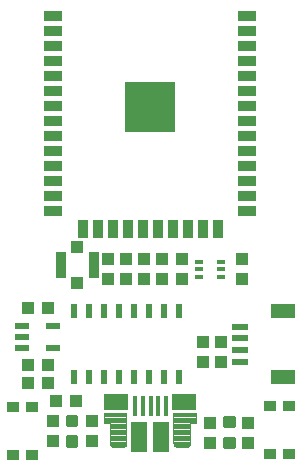
<source format=gtp>
G75*
%MOIN*%
%OFA0B0*%
%FSLAX25Y25*%
%IPPOS*%
%LPD*%
%AMOC8*
5,1,8,0,0,1.08239X$1,22.5*
%
%ADD10R,0.03937X0.04331*%
%ADD11R,0.02598X0.01181*%
%ADD12R,0.04331X0.03937*%
%ADD13R,0.05906X0.03543*%
%ADD14R,0.03543X0.05906*%
%ADD15R,0.16703X0.16799*%
%ADD16R,0.07874X0.05748*%
%ADD17R,0.05610X0.09843*%
%ADD18C,0.00400*%
%ADD19C,0.00197*%
%ADD20R,0.04724X0.02165*%
%ADD21R,0.07874X0.04724*%
%ADD22R,0.05315X0.02362*%
%ADD23R,0.03937X0.03543*%
%ADD24C,0.01181*%
%ADD25R,0.03346X0.08661*%
%ADD26R,0.03937X0.04134*%
%ADD27R,0.02362X0.04724*%
D10*
X0120333Y0063654D03*
X0120333Y0070346D03*
X0133333Y0070346D03*
X0133333Y0063654D03*
X0170333Y0090154D03*
X0176333Y0090154D03*
X0176333Y0096846D03*
X0170333Y0096846D03*
X0163333Y0117654D03*
X0156833Y0117654D03*
X0150833Y0117654D03*
X0144833Y0117654D03*
X0138833Y0117654D03*
X0138833Y0124346D03*
X0144833Y0124346D03*
X0150833Y0124346D03*
X0156833Y0124346D03*
X0163333Y0124346D03*
X0183333Y0124346D03*
X0183333Y0117654D03*
X0185333Y0069846D03*
X0185333Y0063154D03*
X0172833Y0063154D03*
X0172833Y0069846D03*
D11*
X0169211Y0118441D03*
X0169211Y0121000D03*
X0169211Y0123559D03*
X0176455Y0123559D03*
X0176455Y0121000D03*
X0176455Y0118441D03*
D12*
X0128180Y0077000D03*
X0121487Y0077000D03*
X0118780Y0083000D03*
X0112087Y0083000D03*
X0111987Y0089000D03*
X0118680Y0089000D03*
X0118680Y0108000D03*
X0111987Y0108000D03*
D13*
X0120400Y0140315D03*
X0120400Y0145315D03*
X0120400Y0150315D03*
X0120400Y0155315D03*
X0120400Y0160315D03*
X0120400Y0165315D03*
X0120400Y0170315D03*
X0120400Y0175315D03*
X0120400Y0180315D03*
X0120400Y0185315D03*
X0120400Y0190315D03*
X0120400Y0195315D03*
X0120400Y0200315D03*
X0120400Y0205315D03*
X0185266Y0205315D03*
X0185266Y0200315D03*
X0185266Y0195315D03*
X0185266Y0190315D03*
X0185266Y0185315D03*
X0185266Y0180315D03*
X0185266Y0175315D03*
X0185266Y0170315D03*
X0185266Y0165315D03*
X0185266Y0160315D03*
X0185266Y0155315D03*
X0185266Y0150315D03*
X0185266Y0145315D03*
X0185266Y0140315D03*
D14*
X0175333Y0134449D03*
X0170333Y0134449D03*
X0165333Y0134449D03*
X0160333Y0134449D03*
X0155333Y0134449D03*
X0150333Y0134449D03*
X0145333Y0134449D03*
X0140333Y0134449D03*
X0135333Y0134449D03*
X0130333Y0134449D03*
D15*
X0152833Y0175002D03*
D16*
X0141416Y0076583D03*
X0164251Y0076583D03*
D17*
X0156623Y0064969D03*
X0149044Y0064969D03*
D18*
X0144976Y0065166D02*
X0139576Y0065166D01*
X0139576Y0065564D02*
X0144976Y0065564D01*
X0144976Y0065963D02*
X0139576Y0065963D01*
X0139576Y0066361D02*
X0144976Y0066361D01*
X0144976Y0066760D02*
X0139576Y0066760D01*
X0139576Y0067158D02*
X0144976Y0067158D01*
X0144976Y0067557D02*
X0139576Y0067557D01*
X0139576Y0067955D02*
X0144976Y0067955D01*
X0144976Y0068354D02*
X0139576Y0068354D01*
X0139576Y0068752D02*
X0144976Y0068752D01*
X0144976Y0069151D02*
X0139576Y0069151D01*
X0139576Y0069549D02*
X0144976Y0069549D01*
X0144976Y0069948D02*
X0137576Y0069948D01*
X0137576Y0069840D02*
X0137576Y0072940D01*
X0144976Y0072940D01*
X0144976Y0062940D01*
X0144944Y0062651D01*
X0144848Y0062376D01*
X0144693Y0062130D01*
X0144487Y0061924D01*
X0144241Y0061769D01*
X0143966Y0061673D01*
X0143676Y0061640D01*
X0140776Y0061640D01*
X0140509Y0061670D01*
X0140256Y0061759D01*
X0140028Y0061902D01*
X0139838Y0062092D01*
X0139695Y0062320D01*
X0139607Y0062573D01*
X0139576Y0062840D01*
X0139576Y0069740D01*
X0139569Y0069778D01*
X0139547Y0069811D01*
X0139515Y0069833D01*
X0139476Y0069840D01*
X0137576Y0069840D01*
X0137576Y0070346D02*
X0144976Y0070346D01*
X0144976Y0070745D02*
X0137576Y0070745D01*
X0137576Y0071143D02*
X0144976Y0071143D01*
X0144976Y0071542D02*
X0137576Y0071542D01*
X0137576Y0071940D02*
X0144976Y0071940D01*
X0144976Y0072339D02*
X0137576Y0072339D01*
X0137576Y0072737D02*
X0144976Y0072737D01*
X0144976Y0064767D02*
X0139576Y0064767D01*
X0139576Y0064369D02*
X0144976Y0064369D01*
X0144976Y0063970D02*
X0139576Y0063970D01*
X0139576Y0063572D02*
X0144976Y0063572D01*
X0144976Y0063173D02*
X0139576Y0063173D01*
X0139584Y0062775D02*
X0144958Y0062775D01*
X0144848Y0062376D02*
X0139675Y0062376D01*
X0139953Y0061978D02*
X0144541Y0061978D01*
X0160640Y0062940D02*
X0160672Y0062651D01*
X0160768Y0062376D01*
X0165941Y0062376D01*
X0165921Y0062320D02*
X0166010Y0062573D01*
X0166040Y0062840D01*
X0166040Y0069740D01*
X0166047Y0069778D01*
X0166069Y0069811D01*
X0166101Y0069833D01*
X0166140Y0069840D01*
X0168040Y0069840D01*
X0168040Y0072940D01*
X0160640Y0072940D01*
X0160640Y0062940D01*
X0160658Y0062775D02*
X0166032Y0062775D01*
X0166040Y0063173D02*
X0160640Y0063173D01*
X0160640Y0063572D02*
X0166040Y0063572D01*
X0166040Y0063970D02*
X0160640Y0063970D01*
X0160640Y0064369D02*
X0166040Y0064369D01*
X0166040Y0064767D02*
X0160640Y0064767D01*
X0160640Y0065166D02*
X0166040Y0065166D01*
X0166040Y0065564D02*
X0160640Y0065564D01*
X0160640Y0065963D02*
X0166040Y0065963D01*
X0166040Y0066361D02*
X0160640Y0066361D01*
X0160640Y0066760D02*
X0166040Y0066760D01*
X0166040Y0067158D02*
X0160640Y0067158D01*
X0160640Y0067557D02*
X0166040Y0067557D01*
X0166040Y0067955D02*
X0160640Y0067955D01*
X0160640Y0068354D02*
X0166040Y0068354D01*
X0166040Y0068752D02*
X0160640Y0068752D01*
X0160640Y0069151D02*
X0166040Y0069151D01*
X0166040Y0069549D02*
X0160640Y0069549D01*
X0160640Y0069948D02*
X0168040Y0069948D01*
X0168040Y0070346D02*
X0160640Y0070346D01*
X0160640Y0070745D02*
X0168040Y0070745D01*
X0168040Y0071143D02*
X0160640Y0071143D01*
X0160640Y0071542D02*
X0168040Y0071542D01*
X0168040Y0071940D02*
X0160640Y0071940D01*
X0160640Y0072339D02*
X0168040Y0072339D01*
X0168040Y0072737D02*
X0160640Y0072737D01*
X0160768Y0062376D02*
X0160923Y0062130D01*
X0161129Y0061924D01*
X0161376Y0061769D01*
X0161650Y0061673D01*
X0161940Y0061640D01*
X0164840Y0061640D01*
X0165107Y0061670D01*
X0165360Y0061759D01*
X0165588Y0061902D01*
X0165778Y0062092D01*
X0165921Y0062320D01*
X0165664Y0061978D02*
X0161075Y0061978D01*
D19*
X0158444Y0072327D02*
X0157459Y0072327D01*
X0157459Y0078725D01*
X0158444Y0078725D01*
X0158444Y0072327D01*
X0158444Y0072410D02*
X0157459Y0072410D01*
X0157459Y0072606D02*
X0158444Y0072606D01*
X0158444Y0072801D02*
X0157459Y0072801D01*
X0157459Y0072996D02*
X0158444Y0072996D01*
X0158444Y0073192D02*
X0157459Y0073192D01*
X0157459Y0073387D02*
X0158444Y0073387D01*
X0158444Y0073583D02*
X0157459Y0073583D01*
X0157459Y0073778D02*
X0158444Y0073778D01*
X0158444Y0073973D02*
X0157459Y0073973D01*
X0157459Y0074169D02*
X0158444Y0074169D01*
X0158444Y0074364D02*
X0157459Y0074364D01*
X0157459Y0074559D02*
X0158444Y0074559D01*
X0158444Y0074755D02*
X0157459Y0074755D01*
X0157459Y0074950D02*
X0158444Y0074950D01*
X0158444Y0075145D02*
X0157459Y0075145D01*
X0157459Y0075341D02*
X0158444Y0075341D01*
X0158444Y0075536D02*
X0157459Y0075536D01*
X0157459Y0075732D02*
X0158444Y0075732D01*
X0158444Y0075927D02*
X0157459Y0075927D01*
X0157459Y0076122D02*
X0158444Y0076122D01*
X0158444Y0076318D02*
X0157459Y0076318D01*
X0157459Y0076513D02*
X0158444Y0076513D01*
X0158444Y0076708D02*
X0157459Y0076708D01*
X0157459Y0076904D02*
X0158444Y0076904D01*
X0158444Y0077099D02*
X0157459Y0077099D01*
X0157459Y0077294D02*
X0158444Y0077294D01*
X0158444Y0077490D02*
X0157459Y0077490D01*
X0157459Y0077685D02*
X0158444Y0077685D01*
X0158444Y0077881D02*
X0157459Y0077881D01*
X0157459Y0078076D02*
X0158444Y0078076D01*
X0158444Y0078271D02*
X0157459Y0078271D01*
X0157459Y0078467D02*
X0158444Y0078467D01*
X0158444Y0078662D02*
X0157459Y0078662D01*
X0155885Y0078662D02*
X0154900Y0078662D01*
X0154900Y0078725D02*
X0154900Y0072327D01*
X0155885Y0072327D01*
X0155885Y0078725D01*
X0154900Y0078725D01*
X0154900Y0078467D02*
X0155885Y0078467D01*
X0155885Y0078271D02*
X0154900Y0078271D01*
X0154900Y0078076D02*
X0155885Y0078076D01*
X0155885Y0077881D02*
X0154900Y0077881D01*
X0154900Y0077685D02*
X0155885Y0077685D01*
X0155885Y0077490D02*
X0154900Y0077490D01*
X0154900Y0077294D02*
X0155885Y0077294D01*
X0155885Y0077099D02*
X0154900Y0077099D01*
X0154900Y0076904D02*
X0155885Y0076904D01*
X0155885Y0076708D02*
X0154900Y0076708D01*
X0154900Y0076513D02*
X0155885Y0076513D01*
X0155885Y0076318D02*
X0154900Y0076318D01*
X0154900Y0076122D02*
X0155885Y0076122D01*
X0155885Y0075927D02*
X0154900Y0075927D01*
X0154900Y0075732D02*
X0155885Y0075732D01*
X0155885Y0075536D02*
X0154900Y0075536D01*
X0154900Y0075341D02*
X0155885Y0075341D01*
X0155885Y0075145D02*
X0154900Y0075145D01*
X0154900Y0074950D02*
X0155885Y0074950D01*
X0155885Y0074755D02*
X0154900Y0074755D01*
X0154900Y0074559D02*
X0155885Y0074559D01*
X0155885Y0074364D02*
X0154900Y0074364D01*
X0154900Y0074169D02*
X0155885Y0074169D01*
X0155885Y0073973D02*
X0154900Y0073973D01*
X0154900Y0073778D02*
X0155885Y0073778D01*
X0155885Y0073583D02*
X0154900Y0073583D01*
X0154900Y0073387D02*
X0155885Y0073387D01*
X0155885Y0073192D02*
X0154900Y0073192D01*
X0154900Y0072996D02*
X0155885Y0072996D01*
X0155885Y0072801D02*
X0154900Y0072801D01*
X0154900Y0072606D02*
X0155885Y0072606D01*
X0155885Y0072410D02*
X0154900Y0072410D01*
X0153325Y0072410D02*
X0152341Y0072410D01*
X0152341Y0072327D02*
X0152341Y0078725D01*
X0153325Y0078725D01*
X0153325Y0072327D01*
X0152341Y0072327D01*
X0152341Y0072606D02*
X0153325Y0072606D01*
X0153325Y0072801D02*
X0152341Y0072801D01*
X0152341Y0072996D02*
X0153325Y0072996D01*
X0153325Y0073192D02*
X0152341Y0073192D01*
X0152341Y0073387D02*
X0153325Y0073387D01*
X0153325Y0073583D02*
X0152341Y0073583D01*
X0152341Y0073778D02*
X0153325Y0073778D01*
X0153325Y0073973D02*
X0152341Y0073973D01*
X0152341Y0074169D02*
X0153325Y0074169D01*
X0153325Y0074364D02*
X0152341Y0074364D01*
X0152341Y0074559D02*
X0153325Y0074559D01*
X0153325Y0074755D02*
X0152341Y0074755D01*
X0152341Y0074950D02*
X0153325Y0074950D01*
X0153325Y0075145D02*
X0152341Y0075145D01*
X0152341Y0075341D02*
X0153325Y0075341D01*
X0153325Y0075536D02*
X0152341Y0075536D01*
X0152341Y0075732D02*
X0153325Y0075732D01*
X0153325Y0075927D02*
X0152341Y0075927D01*
X0152341Y0076122D02*
X0153325Y0076122D01*
X0153325Y0076318D02*
X0152341Y0076318D01*
X0152341Y0076513D02*
X0153325Y0076513D01*
X0153325Y0076708D02*
X0152341Y0076708D01*
X0152341Y0076904D02*
X0153325Y0076904D01*
X0153325Y0077099D02*
X0152341Y0077099D01*
X0152341Y0077294D02*
X0153325Y0077294D01*
X0153325Y0077490D02*
X0152341Y0077490D01*
X0152341Y0077685D02*
X0153325Y0077685D01*
X0153325Y0077881D02*
X0152341Y0077881D01*
X0152341Y0078076D02*
X0153325Y0078076D01*
X0153325Y0078271D02*
X0152341Y0078271D01*
X0152341Y0078467D02*
X0153325Y0078467D01*
X0153325Y0078662D02*
X0152341Y0078662D01*
X0150766Y0078662D02*
X0149782Y0078662D01*
X0149782Y0078725D02*
X0149782Y0072327D01*
X0150766Y0072327D01*
X0150766Y0078725D01*
X0149782Y0078725D01*
X0149782Y0078467D02*
X0150766Y0078467D01*
X0150766Y0078271D02*
X0149782Y0078271D01*
X0149782Y0078076D02*
X0150766Y0078076D01*
X0150766Y0077881D02*
X0149782Y0077881D01*
X0149782Y0077685D02*
X0150766Y0077685D01*
X0150766Y0077490D02*
X0149782Y0077490D01*
X0149782Y0077294D02*
X0150766Y0077294D01*
X0150766Y0077099D02*
X0149782Y0077099D01*
X0149782Y0076904D02*
X0150766Y0076904D01*
X0150766Y0076708D02*
X0149782Y0076708D01*
X0149782Y0076513D02*
X0150766Y0076513D01*
X0150766Y0076318D02*
X0149782Y0076318D01*
X0149782Y0076122D02*
X0150766Y0076122D01*
X0150766Y0075927D02*
X0149782Y0075927D01*
X0149782Y0075732D02*
X0150766Y0075732D01*
X0150766Y0075536D02*
X0149782Y0075536D01*
X0149782Y0075341D02*
X0150766Y0075341D01*
X0150766Y0075145D02*
X0149782Y0075145D01*
X0149782Y0074950D02*
X0150766Y0074950D01*
X0150766Y0074755D02*
X0149782Y0074755D01*
X0149782Y0074559D02*
X0150766Y0074559D01*
X0150766Y0074364D02*
X0149782Y0074364D01*
X0149782Y0074169D02*
X0150766Y0074169D01*
X0150766Y0073973D02*
X0149782Y0073973D01*
X0149782Y0073778D02*
X0150766Y0073778D01*
X0150766Y0073583D02*
X0149782Y0073583D01*
X0149782Y0073387D02*
X0150766Y0073387D01*
X0150766Y0073192D02*
X0149782Y0073192D01*
X0149782Y0072996D02*
X0150766Y0072996D01*
X0150766Y0072801D02*
X0149782Y0072801D01*
X0149782Y0072606D02*
X0150766Y0072606D01*
X0150766Y0072410D02*
X0149782Y0072410D01*
X0148207Y0072410D02*
X0147223Y0072410D01*
X0147223Y0072327D02*
X0147223Y0078725D01*
X0148207Y0078725D01*
X0148207Y0072327D01*
X0147223Y0072327D01*
X0147223Y0072606D02*
X0148207Y0072606D01*
X0148207Y0072801D02*
X0147223Y0072801D01*
X0147223Y0072996D02*
X0148207Y0072996D01*
X0148207Y0073192D02*
X0147223Y0073192D01*
X0147223Y0073387D02*
X0148207Y0073387D01*
X0148207Y0073583D02*
X0147223Y0073583D01*
X0147223Y0073778D02*
X0148207Y0073778D01*
X0148207Y0073973D02*
X0147223Y0073973D01*
X0147223Y0074169D02*
X0148207Y0074169D01*
X0148207Y0074364D02*
X0147223Y0074364D01*
X0147223Y0074559D02*
X0148207Y0074559D01*
X0148207Y0074755D02*
X0147223Y0074755D01*
X0147223Y0074950D02*
X0148207Y0074950D01*
X0148207Y0075145D02*
X0147223Y0075145D01*
X0147223Y0075341D02*
X0148207Y0075341D01*
X0148207Y0075536D02*
X0147223Y0075536D01*
X0147223Y0075732D02*
X0148207Y0075732D01*
X0148207Y0075927D02*
X0147223Y0075927D01*
X0147223Y0076122D02*
X0148207Y0076122D01*
X0148207Y0076318D02*
X0147223Y0076318D01*
X0147223Y0076513D02*
X0148207Y0076513D01*
X0148207Y0076708D02*
X0147223Y0076708D01*
X0147223Y0076904D02*
X0148207Y0076904D01*
X0148207Y0077099D02*
X0147223Y0077099D01*
X0147223Y0077294D02*
X0148207Y0077294D01*
X0148207Y0077490D02*
X0147223Y0077490D01*
X0147223Y0077685D02*
X0148207Y0077685D01*
X0148207Y0077881D02*
X0147223Y0077881D01*
X0147223Y0078076D02*
X0148207Y0078076D01*
X0148207Y0078271D02*
X0147223Y0078271D01*
X0147223Y0078467D02*
X0148207Y0078467D01*
X0148207Y0078662D02*
X0147223Y0078662D01*
D20*
X0120452Y0094760D03*
X0120452Y0102240D03*
X0110215Y0102240D03*
X0110215Y0098500D03*
X0110215Y0094760D03*
D21*
X0197302Y0084976D03*
X0197302Y0107024D03*
D22*
X0182833Y0101906D03*
X0182833Y0097969D03*
X0182833Y0094031D03*
X0182833Y0090094D03*
D23*
X0107184Y0058929D03*
X0113483Y0058929D03*
X0113483Y0075071D03*
X0107184Y0075071D03*
X0192684Y0075571D03*
X0198983Y0075571D03*
X0198983Y0059429D03*
X0192684Y0059429D03*
D24*
X0180711Y0061669D02*
X0177955Y0061669D01*
X0177955Y0064425D01*
X0180711Y0064425D01*
X0180711Y0061669D01*
X0180711Y0062791D02*
X0177955Y0062791D01*
X0177955Y0063913D02*
X0180711Y0063913D01*
X0180711Y0068575D02*
X0177955Y0068575D01*
X0177955Y0071331D01*
X0180711Y0071331D01*
X0180711Y0068575D01*
X0180711Y0069697D02*
X0177955Y0069697D01*
X0177955Y0070819D02*
X0180711Y0070819D01*
X0128211Y0069075D02*
X0125455Y0069075D01*
X0125455Y0071831D01*
X0128211Y0071831D01*
X0128211Y0069075D01*
X0128211Y0070197D02*
X0125455Y0070197D01*
X0125455Y0071319D02*
X0128211Y0071319D01*
X0128211Y0062169D02*
X0125455Y0062169D01*
X0125455Y0064925D01*
X0128211Y0064925D01*
X0128211Y0062169D01*
X0128211Y0063291D02*
X0125455Y0063291D01*
X0125455Y0064413D02*
X0128211Y0064413D01*
D25*
X0123220Y0122300D03*
X0134047Y0122300D03*
D26*
X0128633Y0116296D03*
X0128633Y0128304D03*
D27*
X0127333Y0107024D03*
X0132333Y0107024D03*
X0137333Y0107024D03*
X0142333Y0107024D03*
X0147333Y0107024D03*
X0152333Y0107024D03*
X0157333Y0107024D03*
X0162333Y0107024D03*
X0162333Y0084976D03*
X0157333Y0084976D03*
X0152333Y0084976D03*
X0147333Y0084976D03*
X0142333Y0084976D03*
X0137333Y0084976D03*
X0132333Y0084976D03*
X0127333Y0084976D03*
M02*

</source>
